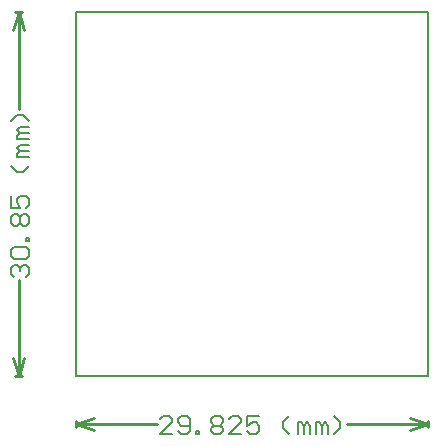
<source format=gko>
*
%LPD*%
%LNVIPer01-buck.GKO*%
%FSLAX24Y24*%
%MOIN*%
%AD*%
%ADD10C,0.009843*%
%ADD11C,0.005906*%
%ADD34C,0.007874*%
G54D10*
%SRX1Y1I0.0J0.0*%
G1X91720Y87441D2*
G1X91921Y87441D1*
G1X91720Y75295D2*
G1X91921Y75295D1*
G1X91823Y87441D2*
G1X92020Y86839D1*
G1X91622Y86839D2*
G1X91823Y87441D1*
G1X91823Y75295D2*
G1X92020Y75894D1*
G1X91622Y75894D2*
G1X91823Y75295D1*
G1X91823Y84224D2*
G1X91823Y87441D1*
G1X91823Y75295D2*
G1X91823Y78508D1*
G1X105472Y73618D2*
G1X105472Y73819D1*
G1X93732Y73618D2*
G1X93732Y73819D1*
G1X104874Y73520D2*
G1X105472Y73720D1*
G1X104874Y73917D2*
G1X105472Y73720D1*
G1X93732Y73720D2*
G1X94331Y73520D1*
G1X93732Y73720D2*
G1X94331Y73917D1*
G1X102760Y73720D2*
G1X105472Y73720D1*
G1X93732Y73720D2*
G1X96441Y73720D1*
G1X91681Y78606D2*
G54D11*
G1X91583Y78709D1*
G1X91583Y78909D1*
G1X91681Y79008D1*
G1X91780Y79008D1*
G1X91882Y78909D1*
G1X91882Y78807D1*
G1X91882Y78909D1*
G1X91980Y79008D1*
G1X92083Y79008D1*
G1X92181Y78909D1*
G1X92181Y78709D1*
G1X92083Y78606D1*
G1X91681Y79209D2*
G1X91583Y79307D1*
G1X91583Y79508D1*
G1X91681Y79606D1*
G1X92083Y79606D1*
G1X92181Y79508D1*
G1X92181Y79307D1*
G1X92083Y79209D1*
G1X91681Y79209D1*
G1X92181Y79807D2*
G1X92083Y79807D1*
G1X92083Y79906D1*
G1X92181Y79906D1*
G1X92181Y79807D1*
G1X91681Y80307D2*
G1X91583Y80406D1*
G1X91583Y80606D1*
G1X91681Y80709D1*
G1X91780Y80709D1*
G1X91882Y80606D1*
G1X91980Y80709D1*
G1X92083Y80709D1*
G1X92181Y80606D1*
G1X92181Y80406D1*
G1X92083Y80307D1*
G1X91980Y80307D1*
G1X91882Y80406D1*
G1X91780Y80307D1*
G1X91681Y80307D1*
G1X91882Y80406D2*
G1X91882Y80606D1*
G1X91583Y81307D2*
G1X91583Y80906D1*
G1X91882Y80906D1*
G1X91780Y81106D1*
G1X91780Y81209D1*
G1X91882Y81307D1*
G1X92083Y81307D1*
G1X92181Y81209D1*
G1X92181Y81008D1*
G1X92083Y80906D1*
G1X92181Y82307D2*
G1X91980Y82106D1*
G1X91780Y82106D1*
G1X91583Y82307D1*
G1X92181Y82606D2*
G1X91780Y82606D1*
G1X91780Y82705D1*
G1X91882Y82807D1*
G1X92181Y82807D1*
G1X91882Y82807D1*
G1X91780Y82906D1*
G1X91882Y83008D1*
G1X92181Y83008D1*
G1X92181Y83205D2*
G1X91780Y83205D1*
G1X91780Y83307D1*
G1X91882Y83406D1*
G1X92181Y83406D1*
G1X91882Y83406D1*
G1X91780Y83508D1*
G1X91882Y83606D1*
G1X92181Y83606D1*
G1X92181Y83807D2*
G1X91980Y84008D1*
G1X91780Y84008D1*
G1X91583Y83807D1*
G1X96941Y73358D2*
G1X96543Y73358D1*
G1X96941Y73760D1*
G1X96941Y73858D1*
G1X96843Y73961D1*
G1X96642Y73961D1*
G1X96543Y73858D1*
G1X97142Y73461D2*
G1X97244Y73358D1*
G1X97441Y73358D1*
G1X97543Y73461D1*
G1X97543Y73858D1*
G1X97441Y73961D1*
G1X97244Y73961D1*
G1X97142Y73858D1*
G1X97142Y73760D1*
G1X97244Y73657D1*
G1X97543Y73657D1*
G1X97744Y73358D2*
G1X97744Y73461D1*
G1X97843Y73461D1*
G1X97843Y73358D1*
G1X97744Y73358D1*
G1X98240Y73858D2*
G1X98343Y73961D1*
G1X98543Y73961D1*
G1X98642Y73858D1*
G1X98642Y73760D1*
G1X98543Y73657D1*
G1X98642Y73559D1*
G1X98642Y73461D1*
G1X98543Y73358D1*
G1X98343Y73358D1*
G1X98240Y73461D1*
G1X98240Y73559D1*
G1X98343Y73657D1*
G1X98240Y73760D1*
G1X98240Y73858D1*
G1X98343Y73657D2*
G1X98543Y73657D1*
G1X99240Y73358D2*
G1X98843Y73358D1*
G1X99240Y73760D1*
G1X99240Y73858D1*
G1X99142Y73961D1*
G1X98941Y73961D1*
G1X98843Y73858D1*
G1X99843Y73961D2*
G1X99441Y73961D1*
G1X99441Y73657D1*
G1X99642Y73760D1*
G1X99740Y73760D1*
G1X99843Y73657D1*
G1X99843Y73461D1*
G1X99740Y73358D1*
G1X99543Y73358D1*
G1X99441Y73461D1*
G1X100843Y73358D2*
G1X100642Y73559D1*
G1X100642Y73760D1*
G1X100843Y73961D1*
G1X101142Y73358D2*
G1X101142Y73760D1*
G1X101240Y73760D1*
G1X101343Y73657D1*
G1X101343Y73358D1*
G1X101343Y73657D1*
G1X101441Y73760D1*
G1X101539Y73657D1*
G1X101539Y73358D1*
G1X101740Y73358D2*
G1X101740Y73760D1*
G1X101843Y73760D1*
G1X101941Y73657D1*
G1X101941Y73358D1*
G1X101941Y73657D1*
G1X102039Y73760D1*
G1X102142Y73657D1*
G1X102142Y73358D1*
G1X102343Y73358D2*
G1X102539Y73559D1*
G1X102539Y73760D1*
G1X102343Y73961D1*
G1X93732Y75295D2*
G54D34*
G1X105472Y75295D1*
G1X93732Y87441D2*
G1X105472Y87441D1*
G1X105472Y75295D2*
G1X105472Y87441D1*
G1X93732Y75295D2*
G1X93732Y87441D1*
M2*

</source>
